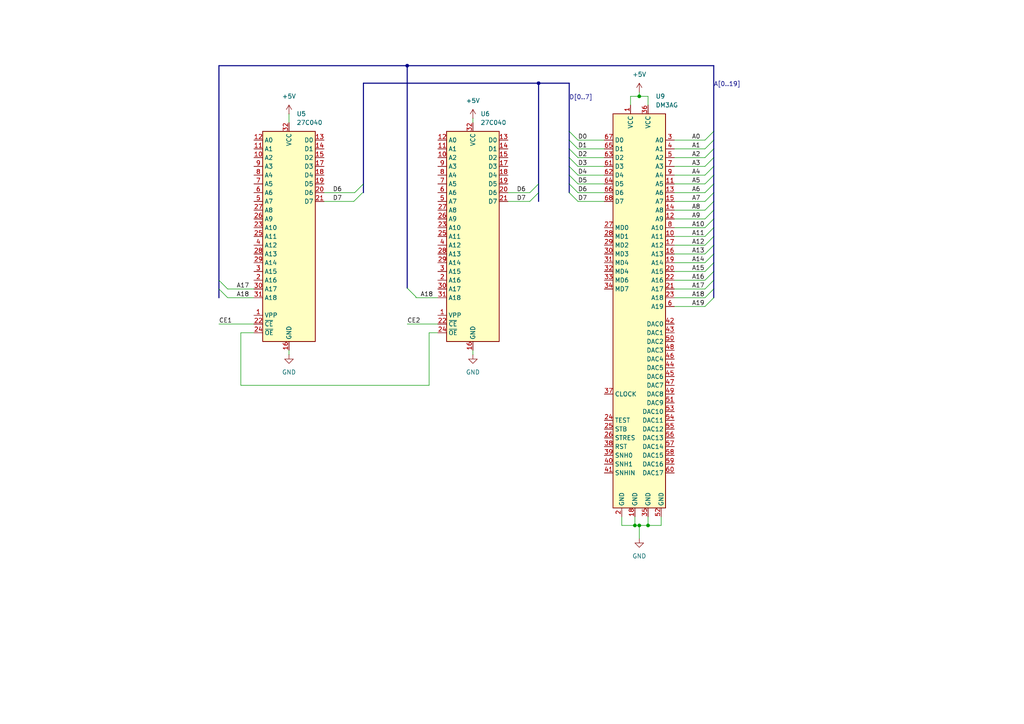
<source format=kicad_sch>
(kicad_sch (version 20231120) (generator "eeschema") (generator_version "8.0")
  (paper "A4")
  (title_block (title "Alesis HR-16 RevEng") (date "2024-03-31") (rev "0.1") (company "dontdrinkandderive"))
  (lib_symbols
    (symbol "Memory_EPROM:27C040"
      (property "Reference" "U" (at -7.62 31.75 0))
      (property "Value" "27C040" (at 2.54 -31.75 0))
      (symbol "27C040_1_1"
        (rectangle (start -7.62 30.48) (end 7.62 -30.48) (stroke (width 0.254)) (fill (type background)))
        (pin input line (at -10.16 -22.86 0) (length 2.54) (name "VPP") (number "1"))
        (pin input line (at -10.16 22.86 0) (length 2.54) (name "A2") (number "10"))
        (pin input line (at -10.16 25.4 0) (length 2.54) (name "A1") (number "11"))
        (pin input line (at -10.16 27.94 0) (length 2.54) (name "A0") (number "12"))
        (pin tri_state line (at 10.16 27.94 180) (length 2.54) (name "D0") (number "13"))
        (pin tri_state line (at 10.16 25.4 180) (length 2.54) (name "D1") (number "14"))
        (pin tri_state line (at 10.16 22.86 180) (length 2.54) (name "D2") (number "15"))
        (pin power_in line (at 0 -33.02 90) (length 2.54) (name "GND") (number "16"))
        (pin tri_state line (at 10.16 20.32 180) (length 2.54) (name "D3") (number "17"))
        (pin tri_state line (at 10.16 17.78 180) (length 2.54) (name "D4") (number "18"))
        (pin tri_state line (at 10.16 15.24 180) (length 2.54) (name "D5") (number "19"))
        (pin input line (at -10.16 -12.7 0) (length 2.54) (name "A16") (number "2"))
        (pin tri_state line (at 10.16 12.7 180) (length 2.54) (name "D6") (number "20"))
        (pin tri_state line (at 10.16 10.16 180) (length 2.54) (name "D7") (number "21"))
        (pin input line (at -10.16 -25.4 0) (length 2.54) (name "~{CE}") (number "22"))
        (pin input line (at -10.16 2.54 0) (length 2.54) (name "A10") (number "23"))
        (pin input line (at -10.16 -27.94 0) (length 2.54) (name "~{OE}") (number "24"))
        (pin input line (at -10.16 0 0) (length 2.54) (name "A11") (number "25"))
        (pin input line (at -10.16 5.08 0) (length 2.54) (name "A9") (number "26"))
        (pin input line (at -10.16 7.62 0) (length 2.54) (name "A8") (number "27"))
        (pin input line (at -10.16 -5.08 0) (length 2.54) (name "A13") (number "28"))
        (pin input line (at -10.16 -7.62 0) (length 2.54) (name "A14") (number "29"))
        (pin input line (at -10.16 -10.16 0) (length 2.54) (name "A15") (number "3"))
        (pin input line (at -10.16 -15.24 0) (length 2.54) (name "A17") (number "30"))
        (pin input line (at -10.16 -17.78 0) (length 2.54) (name "A18") (number "31"))
        (pin power_in line (at 0 33.02 270) (length 2.54) (name "VCC") (number "32"))
        (pin input line (at -10.16 -2.54 0) (length 2.54) (name "A12") (number "4"))
        (pin input line (at -10.16 10.16 0) (length 2.54) (name "A7") (number "5"))
        (pin input line (at -10.16 12.7 0) (length 2.54) (name "A6") (number "6"))
        (pin input line (at -10.16 15.24 0) (length 2.54) (name "A5") (number "7"))
        (pin input line (at -10.16 17.78 0) (length 2.54) (name "A4") (number "8"))
        (pin input line (at -10.16 20.32 0) (length 2.54) (name "A3") (number "9"))
      )
    )
    (symbol "alesis:DM3AG"
      (property "Reference" "U" (at -7.62 31.75 0))
      (property "Value" "DM3AG" (at 0.508 -31.496 90))
      (symbol "DM3AG_1_1"
        (rectangle (start -7.62 30.48) (end 7.62 -83.82) (stroke (width 0.254)) (fill (type background)))
        (pin power_in line (at -2.54 33.02 270) (length 2.54) (name "VCC") (number "1"))
        (pin output line (at 10.16 -5.08 180) (length 2.54) (name "A11") (number "10"))
        (pin output line (at 10.16 10.16 180) (length 2.54) (name "A5") (number "11"))
        (pin output line (at 10.16 0 180) (length 2.54) (name "A9") (number "12"))
        (pin output line (at 10.16 7.62 180) (length 2.54) (name "A6") (number "13"))
        (pin output line (at 10.16 2.54 180) (length 2.54) (name "A8") (number "14"))
        (pin output line (at 10.16 5.08 180) (length 2.54) (name "A7") (number "15"))
        (pin output line (at 10.16 -10.16 180) (length 2.54) (name "A13") (number "16"))
        (pin output line (at 10.16 -7.62 180) (length 2.54) (name "A12") (number "17"))
        (pin power_in line (at -1.27 -86.36 90) (length 2.54) (name "GND") (number "18"))
        (pin output line (at 10.16 -12.7 180) (length 2.54) (name "A14") (number "19"))
        (pin power_in line (at -5.08 -86.36 90) (length 2.54) (name "GND") (number "2"))
        (pin output line (at 10.16 -15.24 180) (length 2.54) (name "A15") (number "20"))
        (pin output line (at 10.16 -20.32 180) (length 2.54) (name "A17") (number "21"))
        (pin output line (at 10.16 -17.78 180) (length 2.54) (name "A16") (number "22"))
        (pin output line (at 10.16 -22.86 180) (length 2.54) (name "A18") (number "23"))
        (pin input line (at -10.16 -58.42 0) (length 2.54) (name "TEST") (number "24"))
        (pin input line (at -10.16 -60.96 0) (length 2.54) (name "STB") (number "25"))
        (pin input line (at -10.16 -63.5 0) (length 2.54) (name "STRES") (number "26"))
        (pin input line (at -10.16 -2.54 0) (length 2.54) (name "MD0") (number "27"))
        (pin input line (at -10.16 -5.08 0) (length 2.54) (name "MD1") (number "28"))
        (pin input line (at -10.16 -7.62 0) (length 2.54) (name "MD2") (number "29"))
        (pin output line (at 10.16 22.86 180) (length 2.54) (name "A0") (number "3"))
        (pin input line (at -10.16 -10.16 0) (length 2.54) (name "MD3") (number "30"))
        (pin input line (at -10.16 -12.7 0) (length 2.54) (name "MD4") (number "31"))
        (pin input line (at -10.16 -15.24 0) (length 2.54) (name "MD4") (number "32"))
        (pin input line (at -10.16 -17.78 0) (length 2.54) (name "MD6") (number "33"))
        (pin input line (at -10.16 -20.32 0) (length 2.54) (name "MD7") (number "34"))
        (pin power_in line (at 2.54 -86.36 90) (length 2.54) (name "GND") (number "35"))
        (pin power_in line (at 2.54 33.02 270) (length 2.54) (name "VCC") (number "36"))
        (pin input line (at -10.16 -50.8 0) (length 2.54) (name "CLOCK") (number "37"))
        (pin input line (at -10.16 -66.04 0) (length 2.54) (name "RST") (number "38"))
        (pin input line (at -10.16 -68.58 0) (length 2.54) (name "SNH0") (number "39"))
        (pin output line (at 10.16 20.32 180) (length 2.54) (name "A1") (number "4"))
        (pin input line (at -10.16 -71.12 0) (length 2.54) (name "SNH1") (number "40"))
        (pin input line (at -10.16 -73.66 0) (length 2.54) (name "SNHIN") (number "41"))
        (pin output line (at 10.16 -30.48 180) (length 2.54) (name "DAC0") (number "42"))
        (pin output line (at 10.16 -33.02 180) (length 2.54) (name "DAC1") (number "43"))
        (pin output line (at 10.16 -43.18 180) (length 2.54) (name "DAC5") (number "44"))
        (pin output line (at 10.16 -45.72 180) (length 2.54) (name "DAC6") (number "45"))
        (pin output line (at 10.16 -40.64 180) (length 2.54) (name "DAC4") (number "46"))
        (pin output line (at 10.16 -48.26 180) (length 2.54) (name "DAC7") (number "47"))
        (pin output line (at 10.16 -38.1 180) (length 2.54) (name "DAC3") (number "48"))
        (pin output line (at 10.16 -50.8 180) (length 2.54) (name "DAC8") (number "49"))
        (pin output line (at 10.16 17.78 180) (length 2.54) (name "A2") (number "5"))
        (pin output line (at 10.16 -35.56 180) (length 2.54) (name "DAC2") (number "50"))
        (pin output line (at 10.16 -53.34 180) (length 2.54) (name "DAC9") (number "51"))
        (pin power_in line (at 6.35 -86.36 90) (length 2.54) (name "GND") (number "52"))
        (pin output line (at 10.16 -55.88 180) (length 2.54) (name "DAC10") (number "53"))
        (pin output line (at 10.16 -58.42 180) (length 2.54) (name "DAC11") (number "54"))
        (pin output line (at 10.16 -60.96 180) (length 2.54) (name "DAC12") (number "55"))
        (pin output line (at 10.16 -63.5 180) (length 2.54) (name "DAC13") (number "56"))
        (pin output line (at 10.16 -66.04 180) (length 2.54) (name "DAC14") (number "57"))
        (pin output line (at 10.16 -68.58 180) (length 2.54) (name "DAC15") (number "58"))
        (pin output line (at 10.16 -71.12 180) (length 2.54) (name "DAC16") (number "59"))
        (pin output line (at 10.16 -25.4 180) (length 2.54) (name "A19") (number "6"))
        (pin output line (at 10.16 -73.66 180) (length 2.54) (name "DAC17") (number "60"))
        (pin input line (at -10.16 15.24 0) (length 2.54) (name "D3") (number "61"))
        (pin input line (at -10.16 12.7 0) (length 2.54) (name "D4") (number "62"))
        (pin input line (at -10.16 17.78 0) (length 2.54) (name "D2") (number "63"))
        (pin input line (at -10.16 10.16 0) (length 2.54) (name "D5") (number "64"))
        (pin input line (at -10.16 20.32 0) (length 2.54) (name "D1") (number "65"))
        (pin input line (at -10.16 7.62 0) (length 2.54) (name "D6") (number "66"))
        (pin input line (at -10.16 22.86 0) (length 2.54) (name "D0") (number "67"))
        (pin input line (at -10.16 5.08 0) (length 2.54) (name "D7") (number "68"))
        (pin output line (at 10.16 15.24 180) (length 2.54) (name "A3") (number "7"))
        (pin output line (at 10.16 -2.54 180) (length 2.54) (name "A10") (number "8"))
        (pin output line (at 10.16 12.7 180) (length 2.54) (name "A4") (number "9"))
      )
    )
    (symbol "power:+5V" (power) (pin_numbers hide) (pin_names (offset 0) hide)
      (property "Value" "+5V" (at 0 3.556 0))
      (symbol "+5V_0_1"
        (polyline (pts (xy -0.762 1.27) (xy 0 2.54)))
        (polyline (pts (xy 0 0) (xy 0 2.54)))
        (polyline (pts (xy 0 2.54) (xy 0.762 1.27)))
      )
      (symbol "+5V_1_1"
        (pin power_in line (at 0 0 90) (length 0) (name "~") (number "1"))
      )
    )
    (symbol "power:GND" (power) (pin_numbers hide) (pin_names (offset 0) hide)
      (property "Value" "GND" (at 0 -3.81 0))
      (symbol "GND_0_1"
        (polyline (pts (xy 0 0) (xy 0 -1.27) (xy 1.27 -1.27) (xy 0 -2.54) (xy -1.27 -1.27) (xy 0 -1.27)))
      )
      (symbol "GND_1_1"
        (pin power_in line (at 0 0 270) (length 0) (name "~") (number "1"))
      )
    )
  )
  (junction (at 185.42 27.94))
  (junction (at 156.21 24.13))
  (junction (at 184.15 152.4))
  (junction (at 118.11 19.05))
  (junction (at 187.96 152.4))
  (junction (at 185.42 152.4))
  (bus_entry (at 204.47 66.04) (size 2.54 -2.54))
  (bus_entry (at 204.47 81.28) (size 2.54 -2.54))
  (bus_entry (at 204.47 60.96) (size 2.54 -2.54))
  (bus_entry (at 204.47 48.26) (size 2.54 -2.54))
  (bus_entry (at 204.47 40.64) (size 2.54 -2.54))
  (bus_entry (at 105.41 53.34) (size -2.54 2.54))
  (bus_entry (at 204.47 68.58) (size 2.54 -2.54))
  (bus_entry (at 204.47 78.74) (size 2.54 -2.54))
  (bus_entry (at 204.47 71.12) (size 2.54 -2.54))
  (bus_entry (at 165.1 40.64) (size 2.54 2.54))
  (bus_entry (at 204.47 83.82) (size 2.54 -2.54))
  (bus_entry (at 165.1 38.1) (size 2.54 2.54))
  (bus_entry (at 204.47 45.72) (size 2.54 -2.54))
  (bus_entry (at 204.47 43.18) (size 2.54 -2.54))
  (bus_entry (at 118.11 83.566) (size 2.54 2.54))
  (bus_entry (at 165.1 50.8) (size 2.54 2.54))
  (bus_entry (at 156.21 53.34) (size -2.54 2.54))
  (bus_entry (at 204.47 50.8) (size 2.54 -2.54))
  (bus_entry (at 63.5 83.82) (size 2.54 2.54))
  (bus_entry (at 204.47 76.2) (size 2.54 -2.54))
  (bus_entry (at 204.47 55.88) (size 2.54 -2.54))
  (bus_entry (at 156.21 55.88) (size -2.54 2.54))
  (bus_entry (at 204.47 58.42) (size 2.54 -2.54))
  (bus_entry (at 204.47 86.36) (size 2.54 -2.54))
  (bus_entry (at 165.1 55.88) (size 2.54 2.54))
  (bus_entry (at 204.47 88.9) (size 2.54 -2.54))
  (bus_entry (at 204.47 63.5) (size 2.54 -2.54))
  (bus_entry (at 165.1 48.26) (size 2.54 2.54))
  (bus_entry (at 165.1 43.18) (size 2.54 2.54))
  (bus_entry (at 105.156 55.88) (size -2.54 2.54))
  (bus_entry (at 204.47 53.34) (size 2.54 -2.54))
  (bus_entry (at 63.5 81.28) (size 2.54 2.54))
  (bus_entry (at 165.1 45.72) (size 2.54 2.54))
  (bus_entry (at 204.47 73.66) (size 2.54 -2.54))
  (bus_entry (at 165.1 53.34) (size 2.54 2.54))
  (wire (pts (xy 93.98 58.42) (xy 102.616 58.42)))
  (bus (pts (xy 207.01 76.2) (xy 207.01 73.66)))
  (wire (pts (xy 73.66 96.52) (xy 69.85 96.52)))
  (wire (pts (xy 167.64 45.72) (xy 175.26 45.72)))
  (wire (pts (xy 195.58 81.28) (xy 204.47 81.28)))
  (wire (pts (xy 195.58 60.96) (xy 204.47 60.96)))
  (bus (pts (xy 165.1 43.18) (xy 165.1 40.64)))
  (bus (pts (xy 165.1 48.26) (xy 165.1 45.72)))
  (wire (pts (xy 167.64 55.88) (xy 175.26 55.88)))
  (wire (pts (xy 187.96 27.94) (xy 187.96 30.48)))
  (wire (pts (xy 195.58 45.72) (xy 204.47 45.72)))
  (wire (pts (xy 195.58 76.2) (xy 204.47 76.2)))
  (bus (pts (xy 207.01 73.66) (xy 207.01 71.12)))
  (bus (pts (xy 207.01 83.82) (xy 207.01 81.28)))
  (bus (pts (xy 207.01 55.88) (xy 207.01 53.34)))
  (wire (pts (xy 182.88 27.94) (xy 185.42 27.94)))
  (bus (pts (xy 156.21 24.13) (xy 105.41 24.13)))
  (wire (pts (xy 182.88 30.48) (xy 182.88 27.94)))
  (bus (pts (xy 165.1 50.8) (xy 165.1 48.26)))
  (wire (pts (xy 195.58 53.34) (xy 204.47 53.34)))
  (bus (pts (xy 63.5 83.82) (xy 63.5 86.36)))
  (bus (pts (xy 63.5 19.05) (xy 118.11 19.05)))
  (bus (pts (xy 207.01 68.58) (xy 207.01 66.04)))
  (bus (pts (xy 207.01 63.5) (xy 207.01 60.96)))
  (bus (pts (xy 63.5 19.05) (xy 63.5 81.28)))
  (bus (pts (xy 207.01 43.18) (xy 207.01 40.64)))
  (wire (pts (xy 185.42 26.67) (xy 185.42 27.94)))
  (wire (pts (xy 180.34 152.4) (xy 184.15 152.4)))
  (bus (pts (xy 207.01 38.1) (xy 207.01 19.05)))
  (bus (pts (xy 207.01 45.72) (xy 207.01 43.18)))
  (wire (pts (xy 195.58 66.04) (xy 204.47 66.04)))
  (bus (pts (xy 207.01 66.04) (xy 207.01 63.5)))
  (wire (pts (xy 63.5 93.98) (xy 73.66 93.98)))
  (bus (pts (xy 156.21 24.13) (xy 156.21 53.34)))
  (bus (pts (xy 207.01 78.74) (xy 207.01 76.2)))
  (wire (pts (xy 187.96 149.86) (xy 187.96 152.4)))
  (bus (pts (xy 207.01 58.42) (xy 207.01 55.88)))
  (wire (pts (xy 66.04 83.82) (xy 73.66 83.82)))
  (wire (pts (xy 185.42 152.4) (xy 185.42 156.21)))
  (bus (pts (xy 207.01 71.12) (xy 207.01 68.58)))
  (wire (pts (xy 195.58 48.26) (xy 204.47 48.26)))
  (wire (pts (xy 147.32 58.42) (xy 153.67 58.42)))
  (wire (pts (xy 184.15 149.86) (xy 184.15 152.4)))
  (wire (pts (xy 69.85 96.52) (xy 69.85 111.76)))
  (bus (pts (xy 118.11 19.05) (xy 118.11 83.566)))
  (bus (pts (xy 165.1 38.1) (xy 165.1 24.13)))
  (wire (pts (xy 195.58 73.66) (xy 204.47 73.66)))
  (wire (pts (xy 195.58 63.5) (xy 204.47 63.5)))
  (bus (pts (xy 207.01 40.64) (xy 207.01 38.1)))
  (bus (pts (xy 165.1 45.72) (xy 165.1 43.18)))
  (wire (pts (xy 185.42 27.94) (xy 187.96 27.94)))
  (bus (pts (xy 105.41 53.34) (xy 105.41 55.88)))
  (bus (pts (xy 165.1 55.88) (xy 165.1 53.34)))
  (wire (pts (xy 195.58 40.64) (xy 204.47 40.64)))
  (wire (pts (xy 93.98 55.88) (xy 102.87 55.88)))
  (wire (pts (xy 195.58 83.82) (xy 204.47 83.82)))
  (wire (pts (xy 167.64 48.26) (xy 175.26 48.26)))
  (wire (pts (xy 167.64 53.34) (xy 175.26 53.34)))
  (wire (pts (xy 184.15 152.4) (xy 185.42 152.4)))
  (wire (pts (xy 167.64 58.42) (xy 175.26 58.42)))
  (wire (pts (xy 195.58 55.88) (xy 204.47 55.88)))
  (wire (pts (xy 195.58 71.12) (xy 204.47 71.12)))
  (bus (pts (xy 118.11 19.05) (xy 207.01 19.05)))
  (wire (pts (xy 167.64 50.8) (xy 175.26 50.8)))
  (wire (pts (xy 167.64 43.18) (xy 175.26 43.18)))
  (wire (pts (xy 66.04 86.36) (xy 73.66 86.36)))
  (bus (pts (xy 207.01 50.8) (xy 207.01 48.26)))
  (wire (pts (xy 137.16 34.29) (xy 137.16 35.56)))
  (wire (pts (xy 118.11 93.98) (xy 127 93.98)))
  (wire (pts (xy 195.58 50.8) (xy 204.47 50.8)))
  (bus (pts (xy 105.41 24.13) (xy 105.41 53.34)))
  (bus (pts (xy 207.01 86.36) (xy 207.01 83.82)))
  (wire (pts (xy 120.65 86.106) (xy 120.65 86.36)))
  (wire (pts (xy 120.65 86.36) (xy 127 86.36)))
  (wire (pts (xy 167.64 40.64) (xy 175.26 40.64)))
  (wire (pts (xy 180.34 149.86) (xy 180.34 152.4)))
  (bus (pts (xy 207.01 48.26) (xy 207.01 45.72)))
  (wire (pts (xy 195.58 86.36) (xy 204.47 86.36)))
  (wire (pts (xy 185.42 152.4) (xy 187.96 152.4)))
  (wire (pts (xy 195.58 58.42) (xy 204.47 58.42)))
  (wire (pts (xy 137.16 101.6) (xy 137.16 102.87)))
  (wire (pts (xy 83.82 101.6) (xy 83.82 102.87)))
  (wire (pts (xy 195.58 43.18) (xy 204.47 43.18)))
  (bus (pts (xy 165.1 24.13) (xy 156.21 24.13)))
  (wire (pts (xy 191.77 149.86) (xy 191.77 152.4)))
  (wire (pts (xy 69.85 111.76) (xy 124.46 111.76)))
  (wire (pts (xy 124.46 96.52) (xy 127 96.52)))
  (wire (pts (xy 195.58 78.74) (xy 204.47 78.74)))
  (wire (pts (xy 83.82 33.02) (xy 83.82 35.56)))
  (wire (pts (xy 147.32 55.88) (xy 153.67 55.88)))
  (wire (pts (xy 195.58 88.9) (xy 204.47 88.9)))
  (bus (pts (xy 207.01 60.96) (xy 207.01 58.42)))
  (bus (pts (xy 165.1 53.34) (xy 165.1 50.8)))
  (bus (pts (xy 207.01 81.28) (xy 207.01 78.74)))
  (wire (pts (xy 124.46 111.76) (xy 124.46 96.52)))
  (bus (pts (xy 156.21 53.34) (xy 156.21 55.88)))
  (bus (pts (xy 207.01 53.34) (xy 207.01 50.8)))
  (wire (pts (xy 187.96 152.4) (xy 191.77 152.4)))
  (bus (pts (xy 63.5 81.28) (xy 63.5 83.82)))
  (bus (pts (xy 156.21 55.88) (xy 156.21 58.42)))
  (wire (pts (xy 195.58 68.58) (xy 204.47 68.58)))
  (bus (pts (xy 165.1 40.64) (xy 165.1 38.1)))
  (label "A10" (at 200.66 66.04 0))
  (label "D2" (at 167.64 45.72 0))
  (label "A9" (at 200.66 63.5 0))
  (label "A[0..19]" (at 207.01 25.4 0))
  (label "CE1" (at 63.5 93.98 0))
  (label "D6" (at 96.52 55.88 0))
  (label "D6" (at 167.64 55.88 0))
  (label "A12" (at 200.66 71.12 0))
  (label "D7" (at 167.64 58.42 0))
  (label "A3" (at 200.66 48.26 0))
  (label "D5" (at 167.64 53.34 0))
  (label "D[0..7]" (at 165.1 29.21 0))
  (label "A14" (at 200.66 76.2 0))
  (label "A18" (at 200.66 86.36 0))
  (label "A7" (at 200.66 58.42 0))
  (label "A17" (at 68.58 83.82 0))
  (label "D7" (at 149.86 58.42 0))
  (label "D4" (at 167.64 50.8 0))
  (label "A6" (at 200.66 55.88 0))
  (label "CE2" (at 118.11 93.98 0))
  (label "A5" (at 200.66 53.34 0))
  (label "D0" (at 167.64 40.64 0))
  (label "A4" (at 200.66 50.8 0))
  (label "D7" (at 96.52 58.42 0))
  (label "A18" (at 121.92 86.36 0))
  (label "A16" (at 200.66 81.28 0))
  (label "A19" (at 200.66 88.9 0))
  (label "D1" (at 167.64 43.18 0))
  (label "A13" (at 200.66 73.66 0))
  (label "A11" (at 200.66 68.58 0))
  (label "A8" (at 200.66 60.96 0))
  (label "A1" (at 200.66 43.18 0))
  (label "A0" (at 200.66 40.64 0))
  (label "D3" (at 167.64 48.26 0))
  (label "A15" (at 200.66 78.74 0))
  (label "A18" (at 68.58 86.36 0))
  (label "A2" (at 200.66 45.72 0))
  (label "A17" (at 200.66 83.82 0))
  (label "D6" (at 149.86 55.88 0))
  (symbol (lib_id "Memory_EPROM:27C040") (at 137.16 68.58 0) (unit 1)
    (property "Reference" "U6" (at 139.3541 33.02 0) (effects (justify left)))
    (property "Value" "27C040" (at 139.3541 35.56 0) (effects (justify left)))
    (property "Datasheet" "http://ww1.microchip.com/downloads/en/devicedoc/doc0189.pdf" (effects (hide yes)))
    (property "Description" "OTP EPROM 4 MiBit (512 Ki x 8)" (effects (hide yes)))
  )
  (symbol (lib_id "power:GND") (at 137.16 102.87 0) (unit 1)
    (property "Reference" "#PWR012" (effects (hide yes)))
    (property "Value" "GND" (at 137.16 107.95 0))
    (property "Description" "Power symbol creates a global label with name \"GND\" , ground" (effects (hide yes)))
  )
  (symbol (lib_id "power:GND") (at 83.82 102.87 0) (unit 1)
    (property "Reference" "#PWR011" (effects (hide yes)))
    (property "Value" "GND" (at 83.82 107.95 0))
    (property "Description" "Power symbol creates a global label with name \"GND\" , ground" (effects (hide yes)))
  )
  (symbol (lib_id "power:GND") (at 185.42 156.21 0) (unit 1)
    (property "Reference" "#PWR013" (effects (hide yes)))
    (property "Value" "GND" (at 185.42 161.29 0))
    (property "Description" "Power symbol creates a global label with name \"GND\" , ground" (effects (hide yes)))
  )
  (symbol (lib_id "Memory_EPROM:27C040") (at 83.82 68.58 0) (unit 1)
    (property "Reference" "U5" (at 86.0141 33.02 0) (effects (justify left)))
    (property "Value" "27C040" (at 86.0141 35.56 0) (effects (justify left)))
    (property "Datasheet" "http://ww1.microchip.com/downloads/en/devicedoc/doc0189.pdf" (effects (hide yes)))
    (property "Description" "OTP EPROM 4 MiBit (512 Ki x 8)" (effects (hide yes)))
  )
  (symbol (lib_id "power:+5V") (at 137.16 34.29 0) (unit 1)
    (property "Reference" "#PWR015" (effects (hide yes)))
    (property "Value" "+5V" (at 137.16 29.21 0))
    (property "Description" "Power symbol creates a global label with name \"+5V\"" (effects (hide yes)))
  )
  (symbol (lib_id "power:+5V") (at 185.42 26.67 0) (unit 1)
    (property "Reference" "#PWR014" (effects (hide yes)))
    (property "Value" "+5V" (at 185.42 21.59 0))
    (property "Description" "Power symbol creates a global label with name \"+5V\"" (effects (hide yes)))
  )
  (symbol (lib_id "power:+5V") (at 83.82 33.02 0) (unit 1)
    (property "Reference" "#PWR016" (effects (hide yes)))
    (property "Value" "+5V" (at 83.82 27.94 0))
    (property "Description" "Power symbol creates a global label with name \"+5V\"" (effects (hide yes)))
  )
  (symbol (lib_id "alesis:DM3AG") (at 185.42 63.5 0) (unit 1)
    (property "Reference" "U9" (at 190.1541 27.94 0) (effects (justify left)))
    (property "Value" "DM3AG" (at 190.1541 30.48 0) (effects (justify left)))
    (property "Description" "ASIC, complex LSI device" (effects (hide yes)))
  )
)
</source>
